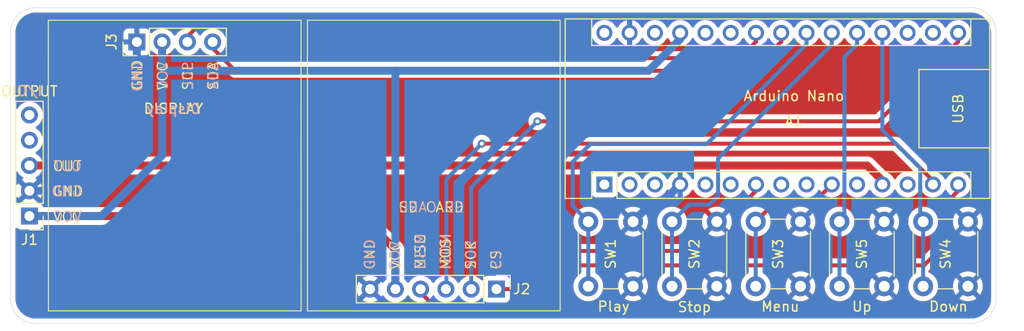
<source format=kicad_pcb>
(kicad_pcb (version 20241229) (generator "pcbnew") (generator_version "9.0")
  (layers (0 "F.Cu" signal) (2 "B.Cu" signal) (13 "F.Paste" user) (15 "B.Paste" user) (5 "F.SilkS" user "F.Silkscreen") (7 "B.SilkS" user "B.Silkscreen") (1 "F.Mask" user) (3 "B.Mask" user) (25 "Edge.Cuts" user))
  (net 0 "")
  (net 1 "DOWN")
  (net 3 "GND")
  (net 4 "CS")
  (net 8 "SDA")
  (net 10 "OUT")
  (net 12 "SCL")
  (net 14 "PLAY")
  (net 18 "VCC")
  (net 19 "MOSI")
  (net 22 "SCK")
  (net 23 "MISO")
  (net 24 "UP")
  (net 25 "STOP")
  (net 27 "MENU")
  (footprint "Button_Switch_THT:SW_PUSH_6mm" (layer "F.Cu") (at 159.685 104.215 90)
    (property "Reference" "SW1" (at 3.25 2.25 90) (layer "F.SilkS"))
    (property "Value" "Play" (at -2.032 2.5405 0) (layer "F.SilkS"))
    (fp_line (start 5.5 -1) (end 1 -1) (stroke (width 0.12)) (layer "F.SilkS"))
    (fp_line (start -0.25 1.5) (end -0.25 3) (stroke (width 0.12)) (layer "F.SilkS"))
    (fp_line (start 6.75 3) (end 6.75 1.5) (stroke (width 0.12)) (layer "F.SilkS"))
    (fp_line (start 1 5.5) (end 5.5 5.5) (stroke (width 0.12)) (layer "F.SilkS"))
    (pad "1" thru_hole circle (at 0 0 180) (size 2 2) (drill 1.1) (layers "*.Cu" "*.Mask") (net 14 "PLAY"))
    (pad "1" thru_hole circle (at 6.5 0 180) (size 2 2) (drill 1.1) (layers "*.Cu" "*.Mask") (net 14 "PLAY"))
    (pad "2" thru_hole circle (at 0 4.5 180) (size 2 2) (drill 1.1) (layers "*.Cu" "*.Mask") (net 3 "GND"))
    (pad "2" thru_hole circle (at 6.5 4.5 180) (size 2 2) (drill 1.1) (layers "*.Cu" "*.Mask") (net 3 "GND"))
  )
  (footprint "Button_Switch_THT:SW_PUSH_6mm" (layer "F.Cu") (at 176.5125 104.215 90)
    (property "Reference" "SW3" (at 3.25 2.25 90) (layer "F.SilkS"))
    (property "Value" "Menu" (at -2.032 2.468 0) (layer "F.SilkS"))
    (fp_line (start 5.5 -1) (end 1 -1) (stroke (width 0.12)) (layer "F.SilkS"))
    (fp_line (start -0.25 1.5) (end -0.25 3) (stroke (width 0.12)) (layer "F.SilkS"))
    (fp_line (start 6.75 3) (end 6.75 1.5) (stroke (width 0.12)) (layer "F.SilkS"))
    (fp_line (start 1 5.5) (end 5.5 5.5) (stroke (width 0.12)) (layer "F.SilkS"))
    (pad "1" thru_hole circle (at 0 0 180) (size 2 2) (drill 1.1) (layers "*.Cu" "*.Mask") (net 27 "MENU"))
    (pad "1" thru_hole circle (at 6.5 0 180) (size 2 2) (drill 1.1) (layers "*.Cu" "*.Mask") (net 27 "MENU"))
    (pad "2" thru_hole circle (at 0 4.5 180) (size 2 2) (drill 1.1) (layers "*.Cu" "*.Mask") (net 3 "GND"))
    (pad "2" thru_hole circle (at 6.5 4.5 180) (size 2 2) (drill 1.1) (layers "*.Cu" "*.Mask") (net 3 "GND"))
  )
  (footprint "Button_Switch_THT:SW_PUSH_6mm" (layer "F.Cu") (at 193.34 104.215 90)
    (property "Reference" "SW4" (at 3.25 2.25 90) (layer "F.SilkS"))
    (property "Value" "Down" (at -2.032 2.54 0) (layer "F.SilkS"))
    (fp_line (start 5.5 -1) (end 1 -1) (stroke (width 0.12)) (layer "F.SilkS"))
    (fp_line (start -0.25 1.5) (end -0.25 3) (stroke (width 0.12)) (layer "F.SilkS"))
    (fp_line (start 6.75 3) (end 6.75 1.5) (stroke (width 0.12)) (layer "F.SilkS"))
    (fp_line (start 1 5.5) (end 5.5 5.5) (stroke (width 0.12)) (layer "F.SilkS"))
    (pad "1" thru_hole circle (at 0 0 180) (size 2 2) (drill 1.1) (layers "*.Cu" "*.Mask") (net 1 "DOWN"))
    (pad "1" thru_hole circle (at 6.5 0 180) (size 2 2) (drill 1.1) (layers "*.Cu" "*.Mask") (net 1 "DOWN"))
    (pad "2" thru_hole circle (at 0 4.5 180) (size 2 2) (drill 1.1) (layers "*.Cu" "*.Mask") (net 3 "GND"))
    (pad "2" thru_hole circle (at 6.5 4.5 180) (size 2 2) (drill 1.1) (layers "*.Cu" "*.Mask") (net 3 "GND"))
  )
  (footprint "Connector_PinHeader_2.54mm:PinHeader_1x04_P2.54mm_Vertical" (layer "F.Cu") (at 114.31 79.6544 90)
    (property "Reference" "J3" (at 0 -2.54 90) (layer "F.SilkS"))
    (property "Value" "DISPLAY" (at -6.7056 3.683 180) (layer "F.SilkS"))
    (fp_line (start -1.38 -1.38) (end 0 -1.38) (stroke (width 0.12)) (layer "F.SilkS"))
    (fp_line (start -1.38 0) (end -1.38 -1.38) (stroke (width 0.12)) (layer "F.SilkS"))
    (fp_line (start 1.38 1.27) (end 1.38 9) (stroke (width 0.12)) (layer "F.SilkS"))
    (fp_line (start -1.38 1.27) (end 1.38 1.27) (stroke (width 0.12)) (layer "F.SilkS"))
    (fp_line (start -1.38 1.27) (end -1.38 9) (stroke (width 0.12)) (layer "F.SilkS"))
    (fp_line (start -1.38 9) (end 1.38 9) (stroke (width 0.12)) (layer "F.SilkS"))
    (pad "1" thru_hole rect (at 0 0 90) (size 1.7 1.7) (drill 1) (layers "*.Cu" "*.Mask") (net 3 "GND"))
    (pad "2" thru_hole circle (at 0 2.54 90) (size 1.7 1.7) (drill 1) (layers "*.Cu" "*.Mask") (net 18 "VCC"))
    (pad "3" thru_hole circle (at 0 5.08 90) (size 1.7 1.7) (drill 1) (layers "*.Cu" "*.Mask") (net 12 "SCL"))
    (pad "4" thru_hole circle (at 0 7.62 90) (size 1.7 1.7) (drill 1) (layers "*.Cu" "*.Mask") (net 8 "SDA"))
  )
  (footprint "Module:Arduino_Nano" (layer "F.Cu") (at 161.3 93.98 90)
    (property "Reference" "A1" (at 6.35 19.05 0) (layer "F.SilkS"))
    (property "Value" "Arduino Nano" (at 8.89 19.05 0) (layer "F.SilkS"))
    (fp_line (start 16.64 -3.94) (end -1.4 -3.94) (stroke (width 0.12)) (layer "F.SilkS"))
    (fp_line (start -1.4 -3.94) (end -1.4 -1.27) (stroke (width 0.12)) (layer "F.SilkS"))
    (fp_line (start 13.97 -1.27) (end 16.64 -1.27) (stroke (width 0.12)) (layer "F.SilkS"))
    (fp_line (start 13.97 -1.27) (end 13.97 36.83) (stroke (width 0.12)) (layer "F.SilkS"))
    (fp_line (start 1.27 -1.27) (end -1.4 -1.27) (stroke (width 0.12)) (layer "F.SilkS"))
    (fp_line (start 1.27 1.27) (end 1.27 -1.27) (stroke (width 0.12)) (layer "F.SilkS"))
    (fp_line (start 1.27 1.27) (end -1.4 1.27) (stroke (width 0.12)) (layer "F.SilkS"))
    (fp_line (start 1.27 1.27) (end 1.27 36.83) (stroke (width 0.12)) (layer "F.SilkS"))
    (fp_line (start -1.4 1.27) (end -1.4 38.735) (stroke (width 0.12)) (layer "F.SilkS"))
    (fp_line (start 11.56 31.62) (end 11.56 38.735) (stroke (width 0.12)) (layer "F.SilkS"))
    (fp_line (start 3.68 31.62) (end 11.56 31.62) (stroke (width 0.12)) (layer "F.SilkS"))
    (fp_line (start 13.97 36.83) (end 16.64 36.83) (stroke (width 0.12)) (layer "F.SilkS"))
    (fp_line (start 1.27 36.83) (end -1.4 36.83) (stroke (width 0.12)) (layer "F.SilkS"))
    (fp_line (start 16.64 38.735) (end 16.64 -3.94) (stroke (width 0.12)) (layer "F.SilkS"))
    (fp_line (start 16.64 38.735) (end 3.175 38.735) (stroke (width 0.12)) (layer "F.SilkS"))
    (fp_line (start 3.68 38.735) (end 3.68 31.62) (stroke (width 0.12)) (layer "F.SilkS"))
    (fp_line (start -1.4 38.735) (end 3.81 38.735) (stroke (width 0.12)) (layer "F.SilkS"))
    (fp_text user "USB" (at 7.62 35.56 90) (layer "F.SilkS"))
    (pad "1" thru_hole rect (at 0 0 90) (size 1.6 1.6) (drill 1) (layers "*.Cu" "*.Mask"))
    (pad "2" thru_hole oval (at 0 2.54 90) (size 1.6 1.6) (drill 1) (layers "*.Cu" "*.Mask"))
    (pad "3" thru_hole oval (at 0 5.08 90) (size 1.6 1.6) (drill 1) (layers "*.Cu" "*.Mask"))
    (pad "4" thru_hole oval (at 0 7.62 90) (size 1.6 1.6) (drill 1) (layers "*.Cu" "*.Mask") (net 3 "GND"))
    (pad "5" thru_hole oval (at 0 10.16 90) (size 1.6 1.6) (drill 1) (layers "*.Cu" "*.Mask"))
    (pad "6" thru_hole oval (at 0 12.7 90) (size 1.6 1.6) (drill 1) (layers "*.Cu" "*.Mask"))
    (pad "7" thru_hole oval (at 0 15.24 90) (size 1.6 1.6) (drill 1) (layers "*.Cu" "*.Mask") (net 4 "CS"))
    (pad "8" thru_hole oval (at 0 17.78 90) (size 1.6 1.6) (drill 1) (layers "*.Cu" "*.Mask"))
    (pad "9" thru_hole oval (at 0 20.32 90) (size 1.6 1.6) (drill 1) (layers "*.Cu" "*.Mask"))
    (pad "10" thru_hole oval (at 0 22.86 90) (size 1.6 1.6) (drill 1) (layers "*.Cu" "*.Mask") (net 27 "MENU"))
    (pad "11" thru_hole oval (at 0 25.4 90) (size 1.6 1.6) (drill 1) (layers "*.Cu" "*.Mask"))
    (pad "12" thru_hole oval (at 0 27.94 90) (size 1.6 1.6) (drill 1) (layers "*.Cu" "*.Mask") (net 10 "OUT"))
    (pad "13" thru_hole oval (at 0 30.48 90) (size 1.6 1.6) (drill 1) (layers "*.Cu" "*.Mask"))
    (pad "14" thru_hole oval (at 0 33.02 90) (size 1.6 1.6) (drill 1) (layers "*.Cu" "*.Mask") (net 19 "MOSI"))
    (pad "15" thru_hole oval (at 0 35.56 90) (size 1.6 1.6) (drill 1) (layers "*.Cu" "*.Mask") (net 23 "MISO"))
    (pad "16" thru_hole oval (at 15.24 35.56 90) (size 1.6 1.6) (drill 1) (layers "*.Cu" "*.Mask") (net 22 "SCK"))
    (pad "17" thru_hole oval (at 15.24 33.02 90) (size 1.6 1.6) (drill 1) (layers "*.Cu" "*.Mask"))
    (pad "18" thru_hole oval (at 15.24 30.48 90) (size 1.6 1.6) (drill 1) (layers "*.Cu" "*.Mask"))
    (pad "19" thru_hole oval (at 15.24 27.94 90) (size 1.6 1.6) (drill 1) (layers "*.Cu" "*.Mask") (net 1 "DOWN"))
    (pad "20" thru_hole oval (at 15.24 25.4 90) (size 1.6 1.6) (drill 1) (layers "*.Cu" "*.Mask") (net 24 "UP"))
    (pad "21" thru_hole oval (at 15.24 22.86 90) (size 1.6 1.6) (drill 1) (layers "*.Cu" "*.Mask") (net 25 "STOP"))
    (pad "22" thru_hole oval (at 15.24 20.32 90) (size 1.6 1.6) (drill 1) (layers "*.Cu" "*.Mask") (net 14 "PLAY"))
    (pad "23" thru_hole oval (at 15.24 17.78 90) (size 1.6 1.6) (drill 1) (layers "*.Cu" "*.Mask") (net 8 "SDA"))
    (pad "24" thru_hole oval (at 15.24 15.24 90) (size 1.6 1.6) (drill 1) (layers "*.Cu" "*.Mask") (net 12 "SCL"))
    (pad "25" thru_hole oval (at 15.24 12.7 90) (size 1.6 1.6) (drill 1) (layers "*.Cu" "*.Mask"))
    (pad "26" thru_hole oval (at 15.24 10.16 90) (size 1.6 1.6) (drill 1) (layers "*.Cu" "*.Mask"))
    (pad "27" thru_hole oval (at 15.24 7.62 90) (size 1.6 1.6) (drill 1) (layers "*.Cu" "*.Mask") (net 18 "VCC"))
    (pad "28" thru_hole oval (at 15.24 5.08 90) (size 1.6 1.6) (drill 1) (layers "*.Cu" "*.Mask"))
    (pad "29" thru_hole oval (at 15.24 2.54 90) (size 1.6 1.6) (drill 1) (layers "*.Cu" "*.Mask") (net 3 "GND"))
    (pad "30" thru_hole oval (at 15.24 0 90) (size 1.6 1.6) (drill 1) (layers "*.Cu" "*.Mask"))
  )
  (footprint "Button_Switch_THT:SW_PUSH_6mm" (layer "F.Cu") (at 168.0988 104.215 90)
    (property "Reference" "SW2" (at 3.25 2.25 90) (layer "F.SilkS"))
    (property "Value" "Stop" (at -2.084 2.25 0) (layer "F.SilkS"))
    (fp_line (start 5.5 -1) (end 1 -1) (stroke (width 0.12)) (layer "F.SilkS"))
    (fp_line (start -0.25 1.5) (end -0.25 3) (stroke (width 0.12)) (layer "F.SilkS"))
    (fp_line (start 6.75 3) (end 6.75 1.5) (stroke (width 0.12)) (layer "F.SilkS"))
    (fp_line (start 1 5.5) (end 5.5 5.5) (stroke (width 0.12)) (layer "F.SilkS"))
    (pad "1" thru_hole circle (at 0 0 180) (size 2 2) (drill 1.1) (layers "*.Cu" "*.Mask") (net 25 "STOP"))
    (pad "1" thru_hole circle (at 6.5 0 180) (size 2 2) (drill 1.1) (layers "*.Cu" "*.Mask") (net 25 "STOP"))
    (pad "2" thru_hole circle (at 0 4.5 180) (size 2 2) (drill 1.1) (layers "*.Cu" "*.Mask") (net 3 "GND"))
    (pad "2" thru_hole circle (at 6.5 4.5 180) (size 2 2) (drill 1.1) (layers "*.Cu" "*.Mask") (net 3 "GND"))
  )
  (footprint "Button_Switch_THT:SW_PUSH_6mm" (layer "F.Cu") (at 184.9263 104.215 90)
    (property "Reference" "SW5" (at 3.25 2.25 90) (layer "F.SilkS"))
    (property "Value" "Up" (at -2.032 2.25 0) (layer "F.SilkS"))
    (fp_line (start 5.5 -1) (end 1 -1) (stroke (width 0.12)) (layer "F.SilkS"))
    (fp_line (start -0.25 1.5) (end -0.25 3) (stroke (width 0.12)) (layer "F.SilkS"))
    (fp_line (start 6.75 3) (end 6.75 1.5) (stroke (width 0.12)) (layer "F.SilkS"))
    (fp_line (start 1 5.5) (end 5.5 5.5) (stroke (width 0.12)) (layer "F.SilkS"))
    (pad "1" thru_hole circle (at 0 0 180) (size 2 2) (drill 1.1) (layers "*.Cu" "*.Mask") (net 24 "UP"))
    (pad "1" thru_hole circle (at 6.5 0 180) (size 2 2) (drill 1.1) (layers "*.Cu" "*.Mask") (net 24 "UP"))
    (pad "2" thru_hole circle (at 0 4.5 180) (size 2 2) (drill 1.1) (layers "*.Cu" "*.Mask") (net 3 "GND"))
    (pad "2" thru_hole circle (at 6.5 4.5 180) (size 2 2) (drill 1.1) (layers "*.Cu" "*.Mask") (net 3 "GND"))
  )
  (footprint "Connector_PinHeader_2.54mm:PinHeader_1x06_P2.54mm_Vertical" (layer "F.Cu") (at 150.4542 104.4956 -90)
    (property "Reference" "J2" (at 0 -2.54 180) (layer "F.SilkS"))
    (property "Value" "SD CARD" (at -8.2296 6.5532 0) (layer "F.SilkS") (effects (font (thickness 0.125))))
    (fp_line (start -1.38 14.08) (end 1.38 14.08) (stroke (width 0.12)) (layer "F.SilkS"))
    (fp_line (start -1.38 1.27) (end -1.38 14.08) (stroke (width 0.12)) (layer "F.SilkS"))
    (fp_line (start -1.38 1.27) (end 1.38 1.27) (stroke (width 0.12)) (layer "F.SilkS"))
    (fp_line (start 1.38 1.27) (end 1.38 14.08) (stroke (width 0.12)) (layer "F.SilkS"))
    (fp_line (start -1.38 0) (end -1.38 -1.38) (stroke (width 0.12)) (layer "F.SilkS"))
    (fp_line (start -1.38 -1.38) (end 0 -1.38) (stroke (width 0.12)) (layer "F.SilkS"))
    (pad "1" thru_hole rect (at 0 0 270) (size 1.7 1.7) (drill 1) (layers "*.Cu" "*.Mask") (net 4 "CS"))
    (pad "2" thru_hole circle (at 0 2.54 270) (size 1.7 1.7) (drill 1) (layers "*.Cu" "*.Mask") (net 22 "SCK"))
    (pad "3" thru_hole circle (at 0 5.08 270) (size 1.7 1.7) (drill 1) (layers "*.Cu" "*.Mask") (net 19 "MOSI"))
    (pad "4" thru_hole circle (at 0 7.62 270) (size 1.7 1.7) (drill 1) (layers "*.Cu" "*.Mask") (net 23 "MISO"))
    (pad "5" thru_hole circle (at 0 10.16 270) (size 1.7 1.7) (drill 1) (layers "*.Cu" "*.Mask") (net 18 "VCC"))
    (pad "6" thru_hole circle (at 0 12.7 270) (size 1.7 1.7) (drill 1) (layers "*.Cu" "*.Mask") (net 3 "GND"))
  )
  (footprint "Connector_PinHeader_2.54mm:PinHeader_1x05_P2.54mm_Vertical" (layer "F.Cu") (at 103.515 97.155 180)
    (property "Reference" "J1" (at 0 -2.38 180) (layer "F.SilkS"))
    (property "Value" "OUTPUT" (at 0 12.54 180) (layer "F.SilkS"))
    (fp_line (start 1.38 1.27) (end 1.38 11.54) (stroke (width 0.12)) (layer "F.SilkS"))
    (fp_line (start -1.38 11.54) (end 1.38 11.54) (stroke (width 0.12)) (layer "F.SilkS"))
    (fp_line (start -1.38 1.27) (end 1.38 1.27) (stroke (width 0.12)) (layer "F.SilkS"))
    (fp_line (start -1.38 1.27) (end -1.38 11.54) (stroke (width 0.12)) (layer "F.SilkS"))
    (fp_line (start -1.38 0) (end -1.38 -1.38) (stroke (width 0.12)) (layer "F.SilkS"))
    (fp_line (start -1.38 -1.38) (end 0 -1.38) (stroke (width 0.12)) (layer "F.SilkS"))
    (pad "1" thru_hole rect (at 0 0 180) (size 1.7 1.7) (drill 1) (layers "*.Cu" "*.Mask") (net 18 "VCC"))
    (pad "2" thru_hole circle (at 0 2.54 180) (size 1.7 1.7) (drill 1) (layers "*.Cu" "*.Mask") (net 3 "GND"))
    (pad "3" thru_hole circle (at 0 5.08 180) (size 1.7 1.7) (drill 1) (layers "*.Cu" "*.Mask") (net 10 "OUT"))
    (pad "4" thru_hole circle (at 0 7.62 180) (size 1.7 1.7) (drill 1) (layers "*.Cu" "*.Mask"))
    (pad "5" thru_hole circle (at 0 10.16 180) (size 1.7 1.7) (drill 1) (layers "*.Cu" "*.Mask"))
  )
  (gr_line (start 131.455 106.68) (end 156.855 106.68) (stroke (width 0.1)) (layer "F.SilkS"))
  (gr_line (start 105.41 77.47) (end 130.81 77.47) (stroke (width 0.1)) (layer "F.SilkS"))
  (gr_line (start 131.455 77.47) (end 131.455 106.68) (stroke (width 0.1)) (layer "F.SilkS"))
  (gr_line (start 105.42 106.68) (end 105.41 77.47) (stroke (width 0.1)) (layer "F.SilkS"))
  (gr_line (start 130.81 77.47) (end 130.82 106.68) (stroke (width 0.1)) (layer "F.SilkS"))
  (gr_line (start 156.855 106.68) (end 156.855 77.47) (stroke (width 0.1)) (layer "F.SilkS"))
  (gr_line (start 130.82 106.68) (end 105.42 106.68) (stroke (width 0.1)) (layer "F.SilkS"))
  (gr_line (start 156.855 77.47) (end 131.455 77.47) (stroke (width 0.1)) (layer "F.SilkS"))
  (gr_line (start 101.61 105.41) (end 101.61 78.74) (stroke (width 0.05)) (layer "Edge.Cuts"))
  (gr_line (start 200.67 78.74) (end 200.67 105.41) (stroke (width 0.05)) (layer "Edge.Cuts"))
  (gr_arc (start 104.15 107.95) (mid 102.353949 107.206051) (end 101.61 105.41) (stroke (width 0.05)) (layer "Edge.Cuts"))
  (gr_arc (start 198.13 76.2) (mid 199.926051 76.943949) (end 200.67 78.74) (stroke (width 0.05)) (layer "Edge.Cuts"))
  (gr_arc (start 101.61 78.74) (mid 102.353949 76.943949) (end 104.15 76.2) (stroke (width 0.05)) (layer "Edge.Cuts"))
  (gr_line (start 198.13 107.95) (end 104.15 107.95) (stroke (width 0.05)) (layer "Edge.Cuts"))
  (gr_line (start 104.15 76.2) (end 198.13 76.2) (stroke (width 0.05)) (layer "Edge.Cuts"))
  (gr_arc (start 200.67 105.41) (mid 199.926051 107.206051) (end 198.13 107.95) (stroke (width 0.05)) (layer "Edge.Cuts"))
  (gr_text "GND" (at 138.313 102.616 90) (layer "F.SilkS") (effects (font (size 1 1) (thickness 0.125)) (justify left bottom)))
  (gr_text "MISO" (at 143.393 102.616 90) (layer "F.SilkS") (effects (font (size 1 1) (thickness 0.125)) (justify left bottom)))
  (gr_text "GND" (at 114.945 84.582 90) (layer "F.SilkS") (effects (font (size 1 1) (thickness 0.125)) (justify left bottom)))
  (gr_text "SCK" (at 148.473 102.616 90) (layer "F.SilkS") (effects (font (size 1 1) (thickness 0.125)) (justify left bottom)))
  (gr_text "CS" (at 151.013 102.616 90) (layer "F.SilkS") (effects (font (size 1 1) (thickness 0.125)) (justify left bottom)))
  (gr_text "MOSI" (at 145.933 102.616 90) (layer "F.SilkS") (effects (font (size 1 1) (thickness 0.125)) (justify left bottom)))
  (gr_text "SCL" (at 120.025 84.582 90) (layer "F.SilkS") (effects (font (size 1 1) (thickness 0.125)) (justify left bottom)))
  (gr_text "SDA" (at 122.565 84.582 90) (layer "F.SilkS") (effects (font (size 1 1) (thickness 0.125)) (justify left bottom)))
  (gr_text "GND" (at 105.801 95.25 0) (layer "F.SilkS") (effects (font (size 1 1) (thickness 0.125)) (justify left bottom)))
  (gr_text "OUT" (at 105.801 92.71 0) (layer "F.SilkS") (effects (font (size 1 1) (thickness 0.125)) (justify left bottom)))
  (gr_text "VCC" (at 117.485 84.582 90) (layer "F.SilkS") (effects (font (size 1 1) (thickness 0.125)) (justify left bottom)))
  (gr_text "VCC" (at 140.853 102.616 90) (layer "F.SilkS") (effects (font (size 1 1) (thickness 0.125)) (justify left bottom)))
  (gr_text "VCC" (at 105.801 97.79 0) (layer "F.SilkS") (effects (font (size 1 1) (thickness 0.125)) (justify left bottom)))
  (gr_text "CS" (at 151.013 100.472666 90) (layer "B.SilkS") (effects (font (size 1 1) (thickness 0.125)) (justify left bottom mirror)))
  (gr_text "VCC" (at 117.485 81.534 90) (layer "B.SilkS") (effects (font (size 1 1) (thickness 0.125)) (justify left bottom mirror)))
  (gr_text "SCL" (at 120.025 81.534 90) (layer "B.SilkS") (effects (font (size 1 1) (thickness 0.125)) (justify left bottom mirror)))
  (gr_text "SCK" (at 148.473 99.472666 90) (layer "B.SilkS") (effects (font (size 1 1) (thickness 0.125)) (justify left bottom mirror)))
  (gr_text "VCC" (at 108.849 97.79 0) (layer "B.SilkS") (effects (font (size 1 1) (thickness 0.125)) (justify left bottom mirror)))
  (gr_text "OUT" (at 108.849 92.71 0) (layer "B.SilkS") (effects (font (size 1 1) (thickness 0.125)) (justify left bottom mirror)))
  (gr_text "VCC" (at 140.853 99.567904 90) (layer "B.SilkS") (effects (font (size 1 1) (thickness 0.125)) (justify left bottom mirror)))
  (gr_text "MOSI" (at 145.933 98.806 90) (layer "B.SilkS") (effects (font (size 1 1) (thickness 0.125)) (justify left bottom mirror)))
  (gr_text "I/O" (at 103.515 84.582 0) (layer "B.SilkS") (effects (font (size 1 1)) (justify mirror)))
  (gr_text "SDA" (at 122.565 81.534 90) (layer "B.SilkS") (effects (font (size 1 1) (thickness 0.125)) (justify left bottom mirror)))
  (gr_text "GND" (at 138.313 99.377428 90) (layer "B.SilkS") (effects (font (size 1 1) (thickness 0.125)) (justify left bottom mirror)))
  (gr_text "GND" (at 114.945 81.534 90) (layer "B.SilkS") (effects (font (size 1 1) (thickness 0.125)) (justify left bottom mirror)))
  (gr_text "GND" (at 108.849 95.25 0) (layer "B.SilkS") (effects (font (size 1 1) (thickness 0.125)) (justify left bottom mirror)))
  (gr_text "SD CARD" (at 143.901 96.266 0) (layer "B.SilkS") (effects (font (size 1 1) (thickness 0.125)) (justify mirror)))
  (gr_text "MISO" (at 143.393 98.806 90) (layer "B.SilkS") (effects (font (size 1 1) (thickness 0.125)) (justify left bottom mirror)))
  (gr_text "Display" (at 117.993 86.36 0) (layer "B.SilkS") (effects (font (size 1 1)) (justify mirror)))
  (segment (start 189.24 88.519) (end 193.05 92.329) (width 0.4) (layer "B.Cu") (net 1))
  (segment (start 193.34 97.715) (end 193.34 104.215) (width 0.4) (layer "B.Cu") (net 1))
  (segment (start 193.05 97.425) (end 193.34 97.715) (width 0.4) (layer "B.Cu") (net 1))
  (segment (start 189.24 78.74) (end 189.24 88.519) (width 0.4) (layer "B.Cu") (net 1))
  (segment (start 193.05 92.329) (end 193.05 97.425) (width 0.4) (layer "B.Cu") (net 1))
  (segment (start 114.31 79.6544) (end 114.31 88.773) (width 0.8) (layer "B.Cu") (net 3))
  (segment (start 166.888 96.012) (end 168.92 93.98) (width 0.8) (layer "B.Cu") (net 3))
  (segment (start 165.888 96.012) (end 166.888 96.012) (width 0.8) (layer "B.Cu") (net 3))
  (segment (start 114.31 88.773) (end 108.468 94.615) (width 0.8) (layer "B.Cu") (net 3))
  (segment (start 108.468 94.615) (end 103.515 94.615) (width 0.8) (layer "B.Cu") (net 3))
  (segment (start 164.185 97.715) (end 165.888 96.012) (width 0.8) (layer "B.Cu") (net 3))
  (segment (start 176.54 94.615) (end 174.635 96.52) (width 0.4) (layer "F.Cu") (net 4))
  (segment (start 173.5429 100.6601) (end 157.2869 100.6601) (width 0.4) (layer "F.Cu") (net 4))
  (segment (start 174.635 99.568) (end 173.5429 100.6601) (width 0.4) (layer "F.Cu") (net 4))
  (segment (start 153.4514 104.4956) (end 150.4542 104.4956) (width 0.4) (layer "F.Cu") (net 4))
  (segment (start 176.54 93.98) (end 176.54 94.615) (width 0.4) (layer "F.Cu") (net 4))
  (segment (start 157.2869 100.6601) (end 153.4514 104.4956) (width 0.4) (layer "F.Cu") (net 4))
  (segment (start 174.635 96.52) (end 174.635 99.568) (width 0.4) (layer "F.Cu") (net 4))
  (segment (start 121.93 80.2767) (end 124.2033 82.55) (width 0.4) (layer "F.Cu") (net 8))
  (segment (start 124.2033 82.55) (end 176.159 82.55) (width 0.4) (layer "F.Cu") (net 8))
  (segment (start 176.159 82.55) (end 179.08 79.629) (width 0.4) (layer "F.Cu") (net 8))
  (segment (start 179.08 79.629) (end 179.08 78.74) (width 0.4) (layer "F.Cu") (net 8))
  (segment (start 121.93 79.6544) (end 121.93 80.2767) (width 0.4) (layer "F.Cu") (net 8))
  (segment (start 189.24 93.599) (end 189.24 93.98) (width 0.8) (layer "F.Cu") (net 10))
  (segment (start 103.515 92.075) (end 187.716 92.075) (width 0.8) (layer "F.Cu") (net 10))
  (segment (start 187.716 92.075) (end 189.24 93.599) (width 0.8) (layer "F.Cu") (net 10))
  (segment (start 129.677 81.28) (end 126.121 77.724) (width 0.4) (layer "F.Cu") (net 12))
  (segment (start 176.54 79.629) (end 174.889 81.28) (width 0.4) (layer "F.Cu") (net 12))
  (segment (start 176.54 78.74) (end 176.54 79.629) (width 0.4) (layer "F.Cu") (net 12))
  (segment (start 120.787 77.724) (end 119.39 79.121) (width 0.4) (layer "F.Cu") (net 12))
  (segment (start 119.39 79.121) (end 119.39 79.6544) (width 0.4) (layer "F.Cu") (net 12))
  (segment (start 174.889 81.28) (end 129.677 81.28) (width 0.4) (layer "F.Cu") (net 12))
  (segment (start 126.121 77.724) (end 120.787 77.724) (width 0.4) (layer "F.Cu") (net 12))
  (segment (start 181.62 79.883) (end 181.62 78.74) (width 0.4) (layer "B.Cu") (net 14))
  (segment (start 159.685 104.215) (end 159.685 97.715) (width 0.4) (layer "B.Cu") (net 14))
  (segment (start 158.125 91.694) (end 159.903 89.916) (width 0.4) (layer "B.Cu") (net 14))
  (segment (start 159.685 97.715) (end 158.125 96.155) (width 0.4) (layer "B.Cu") (net 14))
  (segment (start 158.125 96.155) (end 158.125 91.694) (width 0.4) (layer "B.Cu") (net 14))
  (segment (start 171.587 89.916) (end 181.62 79.883) (width 0.4) (layer "B.Cu") (net 14))
  (segment (start 159.903 89.916) (end 171.587 89.916) (width 0.4) (layer "B.Cu") (net 14))
  (segment (start 140.2942 100.5332) (end 136.916 97.155) (width 0.8) (layer "F.Cu") (net 18))
  (segment (start 140.2942 104.4956) (end 140.2942 100.5332) (width 0.8) (layer "F.Cu") (net 18))
  (segment (start 136.916 97.155) (end 103.515 97.155) (width 0.8) (layer "F.Cu") (net 18))
  (segment (start 140.2942 82.6008) (end 140.345 82.55) (width 0.8) (layer "B.Cu") (net 18))
  (segment (start 140.345 82.55) (end 116.85 82.55) (width 0.8) (layer "B.Cu") (net 18))
  (segment (start 116.85 79.6544) (end 116.85 82.55) (width 0.8) (layer "B.Cu") (net 18))
  (segment (start 116.85 82.55) (end 116.85 91.059) (width 0.8) (layer "B.Cu") (net 18))
  (segment (start 140.2942 104.4956) (end 140.2942 82.6008) (width 0.8) (layer "B.Cu") (net 18))
  (segment (start 116.85 91.059) (end 110.754 97.155) (width 0.8) (layer "B.Cu") (net 18))
  (segment (start 110.754 97.155) (end 103.515 97.155) (width 0.8) (layer "B.Cu") (net 18))
  (segment (start 140.345 82.55) (end 165.745 82.55) (width 0.8) (layer "B.Cu") (net 18))
  (segment (start 165.745 82.55) (end 168.92 79.375) (width 0.8) (layer "B.Cu") (net 18))
  (segment (start 168.92 79.375) (end 168.92 78.74) (width 0.8) (layer "B.Cu") (net 18))
  (segment (start 194.32 93.599) (end 194.32 93.98) (width 0.4) (layer "F.Cu") (net 19))
  (segment (start 190.6006 89.8796) (end 194.32 93.599) (width 0.4) (layer "F.Cu") (net 19))
  (segment (start 148.981 89.8796) (end 190.6006 89.8796) (width 0.4) (layer "F.Cu") (net 19))
  (via (at 148.981 89.8796) (size 0.8) (drill 0.4) (layers "F.Cu" "B.Cu") (net 19))
  (segment (start 145.425 104.4448) (end 145.3742 104.4956) (width 0.4) (layer "B.Cu") (net 19))
  (segment (start 148.981 89.8796) (end 145.425 93.4356) (width 0.4) (layer "B.Cu") (net 19))
  (segment (start 145.425 93.4356) (end 145.425 104.4448) (width 0.4) (layer "B.Cu") (net 19))
  (segment (start 196.86 79.629) (end 196.86 78.74) (width 0.4) (layer "F.Cu") (net 22))
  (segment (start 188.859 87.63) (end 196.86 79.629) (width 0.4) (layer "F.Cu") (net 22))
  (segment (start 154.569 87.63) (end 188.859 87.63) (width 0.4) (layer "F.Cu") (net 22))
  (via (at 154.569 87.63) (size 0.8) (drill 0.4) (layers "F.Cu" "B.Cu") (net 22))
  (segment (start 147.9142 94.2848) (end 147.9142 104.4956) (width 0.4) (layer "B.Cu") (net 22))
  (segment (start 154.569 87.63) (end 147.9142 94.2848) (width 0.4) (layer "B.Cu") (net 22))
  (segment (start 196.86 93.98) (end 196.86 94.615) (width 0.4) (layer "F.Cu") (net 23))
  (segment (start 195.717 95.758) (end 195.717 99.822) (width 0.4) (layer "F.Cu") (net 23))
  (segment (start 157.871 102.108) (end 153.553 106.426) (width 0.4) (layer "F.Cu") (net 23))
  (segment (start 193.431 102.108) (end 157.871 102.108) (width 0.4) (layer "F.Cu") (net 23))
  (segment (start 153.553 106.426) (end 144.409 106.426) (width 0.4) (layer "F.Cu") (net 23))
  (segment (start 195.717 99.822) (end 193.431 102.108) (width 0.4) (layer "F.Cu") (net 23))
  (segment (start 142.8342 104.8512) (end 142.8342 104.4956) (width 0.4) (layer "F.Cu") (net 23))
  (segment (start 196.86 94.615) (end 195.717 95.758) (width 0.4) (layer "F.Cu") (net 23))
  (segment (start 144.409 106.426) (end 142.8342 104.8512) (width 0.4) (layer "F.Cu") (net 23))
  (segment (start 185.43 97.2113) (end 185.43 81.153) (width 0.4) (layer "B.Cu") (net 24))
  (segment (start 184.9263 104.215) (end 184.9263 97.715) (width 0.4) (layer "B.Cu") (net 24))
  (segment (start 186.7 79.883) (end 186.7 78.74) (width 0.4) (layer "B.Cu") (net 24))
  (segment (start 184.9263 97.715) (end 185.43 97.2113) (width 0.4) (layer "B.Cu") (net 24))
  (segment (start 185.43 81.153) (end 186.7 79.883) (width 0.4) (layer "B.Cu") (net 24))
  (segment (start 168.0988 97.715) (end 169.8018 96.012) (width 0.4) (layer "B.Cu") (net 25))
  (segment (start 172.73 91.3717) (end 184.16 79.9417) (width 0.4) (layer "B.Cu") (net 25))
  (segment (start 171.841 96.012) (end 172.73 95.123) (width 0.4) (layer "B.Cu") (net 25))
  (segment (start 184.16 79.9417) (end 184.16 78.74) (width 0.4) (layer "B.Cu") (net 25))
  (segment (start 169.8018 96.012) (end 171.841 96.012) (width 0.4) (layer "B.Cu") (net 25))
  (segment (start 172.73 95.123) (end 172.73 91.3717) (width 0.4) (layer "B.Cu") (net 25))
  (segment (start 168.0988 97.715) (end 168.0988 104.215) (width 0.4) (layer "B.Cu") (net 25))
  (segment (start 184.16 93.98) (end 182.382 95.758) (width 0.4) (layer "F.Cu") (net 27))
  (segment (start 178.4695 95.758) (end 176.5125 97.715) (width 0.4) (layer "F.Cu") (net 27))
  (segment (start 182.382 95.758) (end 178.4695 95.758) (width 0.4) (layer "F.Cu") (net 27))
  (segment (start 176.5125 97.715) (end 176.5125 104.215) (width 0.4) (layer "B.Cu") (net 27))
  (zone (net 3) (net_name "GND") (layer "F.Cu") (priority 1) (connect_pads (clearance 0.5)) (min_thickness 0.25) (fill yes (thermal_gap 0.5) (thermal_bridge_width 0.5))
    (polygon (pts (xy 100.975 75.438) (xy 100.975 108.712) (xy 201.305 108.712) (xy 201.305 75.692) (xy 201.051 75.438)))
  )
  (zone (net 3) (net_name "GND") (layer "B.Cu") (connect_pads (clearance 0.5)) (min_thickness 0.25) (fill yes (thermal_gap 0.5) (thermal_bridge_width 0.5))
    (polygon (pts (xy 100.975 75.565) (xy 100.975 108.585) (xy 201.305 108.585) (xy 201.305 75.565)))
  )
  (zone (net 0) (net_name "") (layer "B.Cu") (connect_pads (clearance 0)) (min_thickness 0.25)
    (keepout (tracks allowed) (vias allowed) (pads allowed) (copperpour not_allowed) (footprints allowed))
    (fill (thermal_gap 0.5) (thermal_bridge_width 0.5))
    (polygon (pts (xy 170.317 90.17) (xy 172.349 89.154) (xy 182.509 78.994) (xy 182.509 78.74) (xy 184.033 78.74) (xy 184.287 78.994) (xy 184.287 80.01) (xy 172.603 91.694) (xy 172.603 94.742) (xy 172.349 94.996) (xy 170.317 94.996) (xy 170.317 93.472)))
  )
)
</source>
